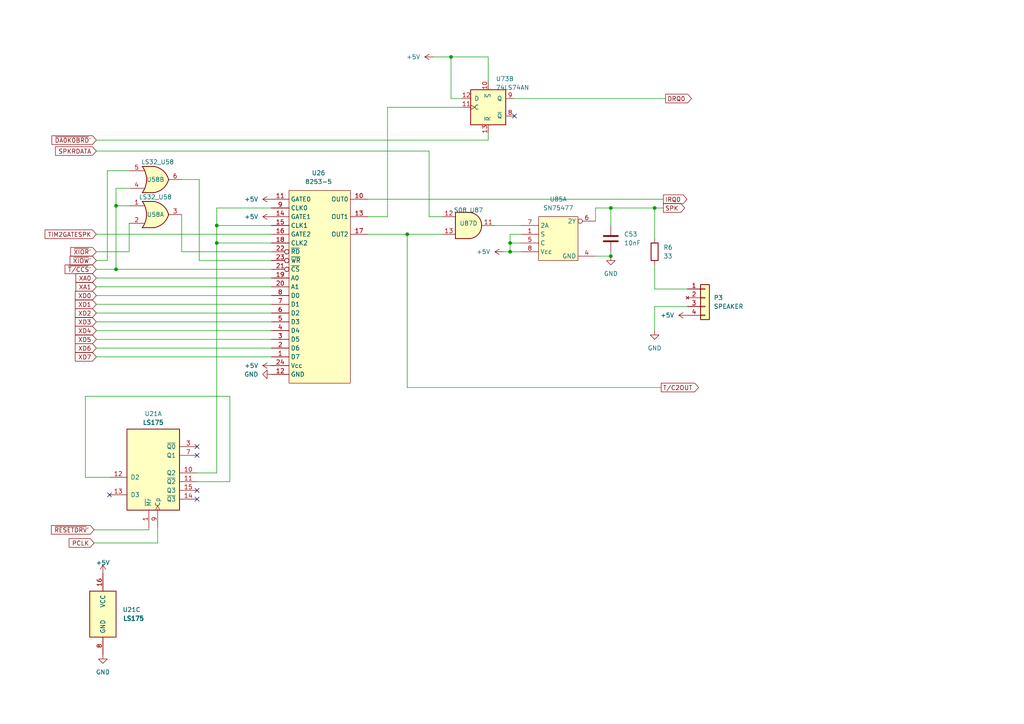
<source format=kicad_sch>
(kicad_sch (version 20230121) (generator eeschema)
  (paper "A4")
  (lib_symbols
    (symbol "Device:C" (pin_numbers hide) (pin_names (offset 0.254))
      (property "Reference" "C" (at 0.635 2.54 0))
      (property "Value" "C" (at 0.635 -2.54 0))
      (symbol "C_0_1"
        (polyline (pts (xy -2.032 -0.762) (xy 2.032 -0.762)) (stroke (width 0.508)))
        (polyline (pts (xy -2.032 0.762) (xy 2.032 0.762)) (stroke (width 0.508)))
      )
      (symbol "C_1_1"
        (pin passive line (at 0 3.81 270) (length 2.794) (name "~") (number "1"))
        (pin passive line (at 0 -3.81 90) (length 2.794) (name "~") (number "2"))
      )
    )
    (symbol "Device:R" (pin_numbers hide) (pin_names (offset 0))
      (property "Reference" "R" (at 2.032 0 90))
      (property "Value" "R" (at 0 0 90))
      (symbol "R_0_1"
        (rectangle (start -1.016 -2.54) (end 1.016 2.54) (stroke (width 0.254)))
      )
      (symbol "R_1_1"
        (pin passive line (at 0 3.81 270) (length 1.27) (name "~") (number "1"))
        (pin passive line (at 0 -3.81 90) (length 1.27) (name "~") (number "2"))
      )
    )
    (symbol "Mad5150_early:8253_U26"
      (property "Reference" "U" (at 0 0 0))
      (property "Value" "8253-5" (at 0 -2.54 0))
      (symbol "8253_U26_0_0"
        (pin input line (at -13.97 -20.32 0) (length 5.08) (name "D7") (number "1"))
        (pin output line (at 13.97 25.4 180) (length 5.08) (name "OUT0") (number "10"))
        (pin input line (at -13.97 25.4 0) (length 5.08) (name "GATE0") (number "11"))
        (pin power_in line (at -13.97 -25.4 0) (length 5.08) (name "GND") (number "12"))
        (pin output line (at 13.97 20.32 180) (length 5.08) (name "OUT1") (number "13"))
        (pin input line (at -13.97 20.32 0) (length 5.08) (name "GATE1") (number "14"))
        (pin input line (at -13.97 17.78 0) (length 5.08) (name "CLK1") (number "15"))
        (pin input line (at -13.97 15.24 0) (length 5.08) (name "GATE2") (number "16"))
        (pin output line (at 13.97 15.24 180) (length 5.08) (name "OUT2") (number "17"))
        (pin input line (at -13.97 12.7 0) (length 5.08) (name "CLK2") (number "18"))
        (pin input line (at -13.97 2.54 0) (length 5.08) (name "A0") (number "19"))
        (pin input line (at -13.97 -17.78 0) (length 5.08) (name "D6") (number "2"))
        (pin input line (at -13.97 0 0) (length 5.08) (name "A1") (number "20"))
        (pin input inverted (at -13.97 5.08 0) (length 5.08) (name "~{CS}") (number "21"))
        (pin input inverted (at -13.97 10.16 0) (length 5.08) (name "~{RD}") (number "22"))
        (pin input inverted (at -13.97 7.62 0) (length 5.08) (name "~{WR}") (number "23"))
        (pin power_in line (at -13.97 -22.86 0) (length 5.08) (name "Vcc") (number "24"))
        (pin input line (at -13.97 -15.24 0) (length 5.08) (name "D5") (number "3"))
        (pin input line (at -13.97 -12.7 0) (length 5.08) (name "D4") (number "4"))
        (pin input line (at -13.97 -10.16 0) (length 5.08) (name "D3") (number "5"))
        (pin input line (at -13.97 -7.62 0) (length 5.08) (name "D2") (number "6"))
        (pin input line (at -13.97 -5.08 0) (length 5.08) (name "D1") (number "7"))
        (pin input line (at -13.97 -2.54 0) (length 5.08) (name "D0") (number "8"))
        (pin input line (at -13.97 22.86 0) (length 5.08) (name "CLK0") (number "9"))
      )
      (symbol "8253_U26_1_1"
        (rectangle (start -8.89 27.94) (end 8.89 -27.94) (fill (type background)))
      )
    )
    (symbol "Mad5150_early:LS175_U21" (pin_names (offset 1.016))
      (property "Reference" "U" (at 0 -0.635 0))
      (property "Value" "LS175" (at 0 1.27 0))
      (symbol "LS175_U21_1_0"
        (pin input line (at -1.27 -15.875 90) (length 5.08) (name "~{Mr}") (number "1"))
        (pin output line (at 12.7 0 180) (length 5.08) (name "Q2") (number "10"))
        (pin output line (at 12.7 -2.54 180) (length 5.08) (name "~{Q2}") (number "11"))
        (pin input line (at -12.7 -1.27 0) (length 5.08) (name "D2") (number "12"))
        (pin input line (at -12.7 -6.35 0) (length 5.08) (name "D3") (number "13"))
        (pin output line (at 12.7 -7.62 180) (length 5.08) (name "~{Q3}") (number "14"))
        (pin output line (at 12.7 -5.08 180) (length 5.08) (name "Q3") (number "15"))
        (pin output line (at 12.7 7.62 180) (length 5.08) (name "~{Q0}") (number "3"))
        (pin output line (at 12.7 5.08 180) (length 5.08) (name "Q1") (number "7"))
        (pin input clock (at 1.27 -15.875 90) (length 5.08) (name "Cp") (number "9"))
      )
      (symbol "LS175_U21_1_1"
        (rectangle (start -7.62 12.7) (end 7.62 -10.795) (stroke (width 0.254)) (fill (type background)))
      )
      (symbol "LS175_U21_2_0"
        (pin input line (at -1.905 -16.51 90) (length 5.08) (name "~{Mr}") (number "1"))
        (pin output line (at 12.7 10.16 180) (length 5.08) (name "Q0") (number "2"))
        (pin input line (at -12.7 8.89 0) (length 5.08) (name "D0") (number "4"))
        (pin input line (at -12.7 3.81 0) (length 5.08) (name "D1") (number "5"))
        (pin output line (at 12.7 0 180) (length 5.08) (name "~{Q1}") (number "6"))
        (pin input clock (at 2.54 -16.51 90) (length 5.08) (name "Cp") (number "9"))
      )
      (symbol "LS175_U21_2_1"
        (rectangle (start -7.62 12.065) (end 7.62 -11.43) (stroke (width 0.254)) (fill (type background)))
      )
      (symbol "LS175_U21_3_0"
        (pin power_in line (at 0 12.065 270) (length 5.08) (name "VCC") (number "16"))
        (pin power_in line (at 0 -11.43 90) (length 5.08) (name "GND") (number "8"))
      )
      (symbol "LS175_U21_3_1"
        (rectangle (start -3.81 6.985) (end 3.81 -6.35) (stroke (width 0.254)) (fill (type background)))
      )
    )
    (symbol "Mad5150_early:LS32_U58" (pin_names (offset 1.016))
      (property "Reference" "U" (at 0 1.27 0))
      (property "Value" "LS32_U58" (at 0 -1.27 0))
      (symbol "LS32_U58_1_1"
        (arc (start -3.81 -3.81) (mid -2.589 0) (end -3.81 3.81) (stroke (width 0.254)))
        (arc (start -0.6096 -3.81) (mid 2.1842 -2.5851) (end 3.81 0) (stroke (width 0.254)) (fill (type background)))
        (polyline (pts (xy -3.81 -3.81) (xy -0.635 -3.81)) (stroke (width 0.254)) (fill (type background)))
        (polyline (pts (xy -3.81 3.81) (xy -0.635 3.81)) (stroke (width 0.254)) (fill (type background)))
        (polyline (pts (xy -0.635 3.81) (xy -3.81 3.81) (xy -3.81 3.81) (xy -3.556 3.4036) (xy -3.0226 2.2606) (xy -2.6924 1.0414) (xy -2.6162 -0.254) (xy -2.7686 -1.4986) (xy -3.175 -2.7178) (xy -3.81 -3.81) (xy -3.81 -3.81) (xy -0.635 -3.81)) (stroke (width -25.4)) (fill (type background)))
        (arc (start 3.81 0) (mid 2.1915 2.5936) (end -0.6096 3.81) (stroke (width 0.254)) (fill (type background)))
        (pin input line (at -7.62 2.54 0) (length 4.318) (name "~") (number "1"))
        (pin input line (at -7.62 -2.54 0) (length 4.318) (name "~") (number "2"))
        (pin output line (at 7.62 0 180) (length 3.81) (name "~") (number "3"))
      )
      (symbol "LS32_U58_1_2"
        (arc (start 0 -3.81) (mid 3.7934 0) (end 0 3.81) (stroke (width 0.254)) (fill (type background)))
        (polyline (pts (xy 0 3.81) (xy -3.81 3.81) (xy -3.81 -3.81) (xy 0 -3.81)) (stroke (width 0.254)) (fill (type background)))
        (pin input inverted (at -7.62 2.54 0) (length 3.81) (name "~") (number "1"))
        (pin input inverted (at -7.62 -2.54 0) (length 3.81) (name "~") (number "2"))
        (pin output inverted (at 7.62 0 180) (length 3.81) (name "~") (number "3"))
      )
      (symbol "LS32_U58_2_1"
        (arc (start -3.81 -3.81) (mid -2.589 0) (end -3.81 3.81) (stroke (width 0.254)))
        (arc (start -0.6096 -3.81) (mid 2.1842 -2.5851) (end 3.81 0) (stroke (width 0.254)) (fill (type background)))
        (polyline (pts (xy -3.81 -3.81) (xy -0.635 -3.81)) (stroke (width 0.254)) (fill (type background)))
        (polyline (pts (xy -3.81 3.81) (xy -0.635 3.81)) (stroke (width 0.254)) (fill (type background)))
        (polyline (pts (xy -0.635 3.81) (xy -3.81 3.81) (xy -3.81 3.81) (xy -3.556 3.4036) (xy -3.0226 2.2606) (xy -2.6924 1.0414) (xy -2.6162 -0.254) (xy -2.7686 -1.4986) (xy -3.175 -2.7178) (xy -3.81 -3.81) (xy -3.81 -3.81) (xy -0.635 -3.81)) (stroke (width -25.4)) (fill (type background)))
        (arc (start 3.81 0) (mid 2.1915 2.5936) (end -0.6096 3.81) (stroke (width 0.254)) (fill (type background)))
        (pin input line (at -7.62 2.54 0) (length 4.318) (name "~") (number "4"))
        (pin input line (at -7.62 -2.54 0) (length 4.318) (name "~") (number "5"))
        (pin output line (at 7.62 0 180) (length 3.81) (name "~") (number "6"))
      )
      (symbol "LS32_U58_2_2"
        (arc (start 0 -3.81) (mid 3.7934 0) (end 0 3.81) (stroke (width 0.254)) (fill (type background)))
        (polyline (pts (xy 0 3.81) (xy -3.81 3.81) (xy -3.81 -3.81) (xy 0 -3.81)) (stroke (width 0.254)) (fill (type background)))
        (pin input inverted (at -7.62 2.54 0) (length 3.81) (name "~") (number "4"))
        (pin input inverted (at -7.62 -2.54 0) (length 3.81) (name "~") (number "5"))
        (pin output inverted (at 7.62 0 180) (length 3.81) (name "~") (number "6"))
      )
      (symbol "LS32_U58_3_1"
        (arc (start -3.81 -3.81) (mid -2.589 0) (end -3.81 3.81) (stroke (width 0.254)))
        (arc (start -0.6096 -3.81) (mid 2.1842 -2.5851) (end 3.81 0) (stroke (width 0.254)) (fill (type background)))
        (polyline (pts (xy -3.81 -3.81) (xy -0.635 -3.81)) (stroke (width 0.254)) (fill (type background)))
        (polyline (pts (xy -3.81 3.81) (xy -0.635 3.81)) (stroke (width 0.254)) (fill (type background)))
        (polyline (pts (xy -0.635 3.81) (xy -3.81 3.81) (xy -3.81 3.81) (xy -3.556 3.4036) (xy -3.0226 2.2606) (xy -2.6924 1.0414) (xy -2.6162 -0.254) (xy -2.7686 -1.4986) (xy -3.175 -2.7178) (xy -3.81 -3.81) (xy -3.81 -3.81) (xy -0.635 -3.81)) (stroke (width -25.4)) (fill (type background)))
        (arc (start 3.81 0) (mid 2.1915 2.5936) (end -0.6096 3.81) (stroke (width 0.254)) (fill (type background)))
        (pin input line (at -7.62 -2.54 0) (length 4.318) (name "~") (number "10"))
        (pin output line (at 7.62 0 180) (length 3.81) (name "~") (number "8"))
        (pin input line (at -7.62 2.54 0) (length 4.318) (name "~") (number "9"))
      )
      (symbol "LS32_U58_3_2"
        (arc (start 0 -3.81) (mid 3.7934 0) (end 0 3.81) (stroke (width 0.254)) (fill (type background)))
        (polyline (pts (xy 0 3.81) (xy -3.81 3.81) (xy -3.81 -3.81) (xy 0 -3.81)) (stroke (width 0.254)) (fill (type background)))
        (pin input inverted (at -7.62 -2.54 0) (length 3.81) (name "~") (number "10"))
        (pin output inverted (at 7.62 0 180) (length 3.81) (name "~") (number "8"))
        (pin input inverted (at -7.62 2.54 0) (length 3.81) (name "~") (number "9"))
      )
      (symbol "LS32_U58_4_1"
        (arc (start -3.81 -3.81) (mid -2.589 0) (end -3.81 3.81) (stroke (width 0.254)))
        (arc (start -0.6096 -3.81) (mid 2.1842 -2.5851) (end 3.81 0) (stroke (width 0.254)) (fill (type background)))
        (polyline (pts (xy -3.81 -3.81) (xy -0.635 -3.81)) (stroke (width 0.254)) (fill (type background)))
        (polyline (pts (xy -3.81 3.81) (xy -0.635 3.81)) (stroke (width 0.254)) (fill (type background)))
        (polyline (pts (xy -0.635 3.81) (xy -3.81 3.81) (xy -3.81 3.81) (xy -3.556 3.4036) (xy -3.0226 2.2606) (xy -2.6924 1.0414) (xy -2.6162 -0.254) (xy -2.7686 -1.4986) (xy -3.175 -2.7178) (xy -3.81 -3.81) (xy -3.81 -3.81) (xy -0.635 -3.81)) (stroke (width -25.4)) (fill (type background)))
        (arc (start 3.81 0) (mid 2.1915 2.5936) (end -0.6096 3.81) (stroke (width 0.254)) (fill (type background)))
        (pin output line (at 7.62 0 180) (length 3.81) (name "~") (number "11"))
        (pin input line (at -7.62 2.54 0) (length 4.318) (name "~") (number "12"))
        (pin input line (at -7.62 -2.54 0) (length 4.318) (name "~") (number "13"))
      )
      (symbol "LS32_U58_4_2"
        (arc (start 0 -3.81) (mid 3.7934 0) (end 0 3.81) (stroke (width 0.254)) (fill (type background)))
        (polyline (pts (xy 0 3.81) (xy -3.81 3.81) (xy -3.81 -3.81) (xy 0 -3.81)) (stroke (width 0.254)) (fill (type background)))
        (pin output inverted (at 7.62 0 180) (length 3.81) (name "~") (number "11"))
        (pin input inverted (at -7.62 2.54 0) (length 3.81) (name "~") (number "12"))
        (pin input inverted (at -7.62 -2.54 0) (length 3.81) (name "~") (number "13"))
      )
      (symbol "LS32_U58_5_0"
        (pin power_in line (at 0 12.7 270) (length 5.08) (name "VCC") (number "14"))
        (pin power_in line (at 0 -12.7 90) (length 5.08) (name "GND") (number "7"))
      )
      (symbol "LS32_U58_5_1"
        (rectangle (start -5.08 7.62) (end 5.08 -7.62) (stroke (width 0.254)) (fill (type background)))
      )
    )
    (symbol "Mad5150_early:LS74_U73" (pin_names (offset 1.016))
      (property "Reference" "U" (at -7.62 8.89 0))
      (property "Value" "S74_U70" (at -7.62 -8.89 0))
      (symbol "LS74_U73_1_0"
        (pin input line (at 0 -7.62 90) (length 2.54) (name "~{R}") (number "1"))
        (pin input line (at -7.62 2.54 0) (length 2.54) (name "D") (number "2"))
        (pin input clock (at -7.62 0 0) (length 2.54) (name "C") (number "3"))
        (pin input line (at 0 7.62 270) (length 2.54) (name "~{S}") (number "4"))
        (pin output line (at 7.62 2.54 180) (length 2.54) (name "Q") (number "5"))
        (pin output line (at 7.62 -2.54 180) (length 2.54) (name "~{Q}") (number "6"))
      )
      (symbol "LS74_U73_1_1"
        (rectangle (start -5.08 5.08) (end 5.08 -5.08) (stroke (width 0.254)) (fill (type background)))
      )
      (symbol "LS74_U73_2_0"
        (pin input line (at 0 7.62 270) (length 2.54) (name "~{S}") (number "10"))
        (pin input clock (at -7.62 0 0) (length 2.54) (name "C") (number "11"))
        (pin input line (at -7.62 2.54 0) (length 2.54) (name "D") (number "12"))
        (pin input line (at 0 -7.62 90) (length 2.54) (name "~{R}") (number "13"))
        (pin output line (at 7.62 -2.54 180) (length 2.54) (name "~{Q}") (number "8"))
        (pin output line (at 7.62 2.54 180) (length 2.54) (name "Q") (number "9"))
      )
      (symbol "LS74_U73_2_1"
        (rectangle (start -5.08 5.08) (end 5.08 -5.08) (stroke (width 0.254)) (fill (type background)))
      )
      (symbol "LS74_U73_3_0"
        (pin power_in line (at 0 10.16 270) (length 2.54) (name "VCC") (number "14"))
        (pin power_in line (at 0 -10.16 90) (length 2.54) (name "GND") (number "7"))
      )
      (symbol "LS74_U73_3_1"
        (rectangle (start -5.08 7.62) (end 5.08 -7.62) (stroke (width 0.254)) (fill (type background)))
      )
    )
    (symbol "Mad5150_early:S08_U87" (pin_names (offset 1.016))
      (property "Reference" "U" (at 0 1.27 0))
      (property "Value" "S08_U87" (at 0 -1.27 0))
      (symbol "S08_U87_1_1"
        (arc (start 0 -3.81) (mid 3.7934 0) (end 0 3.81) (stroke (width 0.254)) (fill (type background)))
        (polyline (pts (xy 0 3.81) (xy -3.81 3.81) (xy -3.81 -3.81) (xy 0 -3.81)) (stroke (width 0.254)) (fill (type background)))
        (pin input line (at -7.62 -2.54 0) (length 3.81) (name "~") (number "1"))
        (pin input line (at -7.62 2.54 0) (length 3.81) (name "~") (number "2"))
        (pin output line (at 7.62 0 180) (length 3.81) (name "~") (number "3"))
      )
      (symbol "S08_U87_1_2"
        (arc (start -3.81 -3.81) (mid -2.589 0) (end -3.81 3.81) (stroke (width 0.254)))
        (arc (start -0.6096 -3.81) (mid 2.1842 -2.5851) (end 3.81 0) (stroke (width 0.254)) (fill (type background)))
        (polyline (pts (xy -3.81 -3.81) (xy -0.635 -3.81)) (stroke (width 0.254)) (fill (type background)))
        (polyline (pts (xy -3.81 3.81) (xy -0.635 3.81)) (stroke (width 0.254)) (fill (type background)))
        (polyline (pts (xy -0.635 3.81) (xy -3.81 3.81) (xy -3.81 3.81) (xy -3.556 3.4036) (xy -3.0226 2.2606) (xy -2.6924 1.0414) (xy -2.6162 -0.254) (xy -2.7686 -1.4986) (xy -3.175 -2.7178) (xy -3.81 -3.81) (xy -3.81 -3.81) (xy -0.635 -3.81)) (stroke (width -25.4)) (fill (type background)))
        (arc (start 3.81 0) (mid 2.1915 2.5936) (end -0.6096 3.81) (stroke (width 0.254)) (fill (type background)))
        (pin input inverted (at -7.62 2.54 0) (length 4.318) (name "~") (number "1"))
        (pin input inverted (at -7.62 -2.54 0) (length 4.318) (name "~") (number "2"))
        (pin output inverted (at 7.62 0 180) (length 3.81) (name "~") (number "3"))
      )
      (symbol "S08_U87_2_1"
        (arc (start 0 -3.81) (mid 3.7934 0) (end 0 3.81) (stroke (width 0.254)) (fill (type background)))
        (polyline (pts (xy 0 3.81) (xy -3.81 3.81) (xy -3.81 -3.81) (xy 0 -3.81)) (stroke (width 0.254)) (fill (type background)))
        (pin input line (at -7.62 2.54 0) (length 3.81) (name "~") (number "4"))
        (pin input line (at -7.62 -2.54 0) (length 3.81) (name "~") (number "5"))
        (pin output line (at 7.62 0 180) (length 3.81) (name "~") (number "6"))
      )
      (symbol "S08_U87_2_2"
        (arc (start -3.81 -3.81) (mid -2.589 0) (end -3.81 3.81) (stroke (width 0.254)))
        (arc (start -0.6096 -3.81) (mid 2.1842 -2.5851) (end 3.81 0) (stroke (width 0.254)) (fill (type background)))
        (polyline (pts (xy -3.81 -3.81) (xy -0.635 -3.81)) (stroke (width 0.254)) (fill (type background)))
        (polyline (pts (xy -3.81 3.81) (xy -0.635 3.81)) (stroke (width 0.254)) (fill (type background)))
        (polyline (pts (xy -0.635 3.81) (xy -3.81 3.81) (xy -3.81 3.81) (xy -3.556 3.4036) (xy -3.0226 2.2606) (xy -2.6924 1.0414) (xy -2.6162 -0.254) (xy -2.7686 -1.4986) (xy -3.175 -2.7178) (xy -3.81 -3.81) (xy -3.81 -3.81) (xy -0.635 -3.81)) (stroke (width -25.4)) (fill (type background)))
        (arc (start 3.81 0) (mid 2.1915 2.5936) (end -0.6096 3.81) (stroke (width 0.254)) (fill (type background)))
        (pin input inverted (at -7.62 2.54 0) (length 4.318) (name "~") (number "4"))
        (pin input inverted (at -7.62 -2.54 0) (length 4.318) (name "~") (number "5"))
        (pin output inverted (at 7.62 0 180) (length 3.81) (name "~") (number "6"))
      )
      (symbol "S08_U87_3_1"
        (arc (start 0 -3.81) (mid 3.7934 0) (end 0 3.81) (stroke (width 0.254)) (fill (type background)))
        (polyline (pts (xy 0 3.81) (xy -3.81 3.81) (xy -3.81 -3.81) (xy 0 -3.81)) (stroke (width 0.254)) (fill (type background)))
        (pin input line (at -7.62 -2.54 0) (length 3.81) (name "~") (number "10"))
        (pin output line (at 7.62 0 180) (length 3.81) (name "~") (number "8"))
        (pin input line (at -7.62 2.54 0) (length 3.81) (name "~") (number "9"))
      )
      (symbol "S08_U87_3_2"
        (arc (start -3.81 -3.81) (mid -2.589 0) (end -3.81 3.81) (stroke (width 0.254)))
        (arc (start -0.6096 -3.81) (mid 2.1842 -2.5851) (end 3.81 0) (stroke (width 0.254)) (fill (type background)))
        (polyline (pts (xy -3.81 -3.81) (xy -0.635 -3.81)) (stroke (width 0.254)) (fill (type background)))
        (polyline (pts (xy -3.81 3.81) (xy -0.635 3.81)) (stroke (width 0.254)) (fill (type background)))
        (polyline (pts (xy -0.635 3.81) (xy -3.81 3.81) (xy -3.81 3.81) (xy -3.556 3.4036) (xy -3.0226 2.2606) (xy -2.6924 1.0414) (xy -2.6162 -0.254) (xy -2.7686 -1.4986) (xy -3.175 -2.7178) (xy -3.81 -3.81) (xy -3.81 -3.81) (xy -0.635 -3.81)) (stroke (width -25.4)) (fill (type background)))
        (arc (start 3.81 0) (mid 2.1915 2.5936) (end -0.6096 3.81) (stroke (width 0.254)) (fill (type background)))
        (pin input inverted (at -7.62 -2.54 0) (length 4.318) (name "~") (number "10"))
        (pin output inverted (at 7.62 0 180) (length 3.81) (name "~") (number "8"))
        (pin input inverted (at -7.62 2.54 0) (length 4.318) (name "~") (number "9"))
      )
      (symbol "S08_U87_4_1"
        (arc (start 0 -3.81) (mid 3.7934 0) (end 0 3.81) (stroke (width 0.254)) (fill (type background)))
        (polyline (pts (xy 0 3.81) (xy -3.81 3.81) (xy -3.81 -3.81) (xy 0 -3.81)) (stroke (width 0.254)) (fill (type background)))
        (pin output line (at 7.62 0 180) (length 3.81) (name "~") (number "11"))
        (pin input line (at -7.62 2.54 0) (length 3.81) (name "~") (number "12"))
        (pin input line (at -7.62 -2.54 0) (length 3.81) (name "~") (number "13"))
      )
      (symbol "S08_U87_4_2"
        (arc (start -3.81 -3.81) (mid -2.589 0) (end -3.81 3.81) (stroke (width 0.254)))
        (arc (start -0.6096 -3.81) (mid 2.1842 -2.5851) (end 3.81 0) (stroke (width 0.254)) (fill (type background)))
        (polyline (pts (xy -3.81 -3.81) (xy -0.635 -3.81)) (stroke (width 0.254)) (fill (type background)))
        (polyline (pts (xy -3.81 3.81) (xy -0.635 3.81)) (stroke (width 0.254)) (fill (type background)))
        (polyline (pts (xy -0.635 3.81) (xy -3.81 3.81) (xy -3.81 3.81) (xy -3.556 3.4036) (xy -3.0226 2.2606) (xy -2.6924 1.0414) (xy -2.6162 -0.254) (xy -2.7686 -1.4986) (xy -3.175 -2.7178) (xy -3.81 -3.81) (xy -3.81 -3.81) (xy -0.635 -3.81)) (stroke (width -25.4)) (fill (type background)))
        (arc (start 3.81 0) (mid 2.1915 2.5936) (end -0.6096 3.81) (stroke (width 0.254)) (fill (type background)))
        (pin output inverted (at 7.62 0 180) (length 3.81) (name "~") (number "11"))
        (pin input inverted (at -7.62 2.54 0) (length 4.318) (name "~") (number "12"))
        (pin input inverted (at -7.62 -2.54 0) (length 4.318) (name "~") (number "13"))
      )
      (symbol "S08_U87_5_0"
        (pin power_in line (at 0 12.7 270) (length 5.08) (name "VCC") (number "14"))
        (pin power_in line (at 0 -12.7 90) (length 5.08) (name "GND") (number "7"))
      )
      (symbol "S08_U87_5_1"
        (rectangle (start -5.08 7.62) (end 5.08 -7.62) (stroke (width 0.254)) (fill (type background)))
      )
    )
    (symbol "Mad5150_early:SN75477P_U85"
      (property "Reference" "U" (at 0 0.635 0))
      (property "Value" "SN75477" (at 0 5.08 0))
      (symbol "SN75477P_U85_0_0"
        (pin input line (at -10.795 1.27 0) (length 5.08) (name "S") (number "1"))
        (pin input line (at 10.795 -5.08 180) (length 5.08) (name "GND") (number "4"))
        (pin input line (at -10.795 -1.27 0) (length 5.08) (name "C") (number "5"))
        (pin power_in line (at -10.795 -3.81 0) (length 5.08) (name "Vcc") (number "8"))
      )
      (symbol "SN75477P_U85_1_0"
        (pin output inverted (at 10.795 5.08 180) (length 5.08) (name "2Y") (number "6"))
        (pin input line (at -10.795 3.81 0) (length 5.08) (name "2A") (number "7"))
      )
      (symbol "SN75477P_U85_1_1"
        (rectangle (start -5.715 6.35) (end 5.715 -6.35) (fill (type background)))
      )
      (symbol "SN75477P_U85_2_0"
        (pin input line (at -10.795 3.81 0) (length 5.08) (name "1A") (number "2"))
        (pin bidirectional inverted (at 10.795 2.54 180) (length 5.08) (name "1Y") (number "3"))
      )
      (symbol "SN75477P_U85_2_1"
        (rectangle (start -5.715 6.35) (end 5.715 -6.35) (fill (type background)))
      )
    )
    (symbol "Mad5150_early:SPEAKER" (pin_names (offset 1.016) hide)
      (property "Reference" "P" (at 0 5.08 0))
      (property "Value" "SPEAKER" (at 0 -7.62 0))
      (symbol "SPEAKER_1_1"
        (rectangle (start -1.27 -4.953) (end 0 -5.207) (stroke (width 0.1524)))
        (rectangle (start -1.27 -2.413) (end 0 -2.667) (stroke (width 0.1524)))
        (rectangle (start -1.27 0.127) (end 0 -0.127) (stroke (width 0.1524)))
        (rectangle (start -1.27 2.667) (end 0 2.413) (stroke (width 0.1524)))
        (rectangle (start -1.27 3.81) (end 1.27 -6.35) (stroke (width 0.254)) (fill (type background)))
        (pin passive line (at -5.08 2.54 0) (length 3.81) (name "Pin_1") (number "1"))
        (pin no_connect line (at -5.08 0 0) (length 3.81) (name "KEY") (number "2"))
        (pin power_in line (at -5.08 -2.54 0) (length 3.81) (name "GND") (number "3"))
        (pin power_in line (at -5.08 -5.08 0) (length 3.81) (name "+5V") (number "4"))
      )
    )
    (symbol "power:+5V" (power) (pin_names (offset 0))
      (property "Value" "+5V" (at 0 3.556 0))
      (symbol "+5V_0_1"
        (polyline (pts (xy -0.762 1.27) (xy 0 2.54)))
        (polyline (pts (xy 0 0) (xy 0 2.54)))
        (polyline (pts (xy 0 2.54) (xy 0.762 1.27)))
      )
      (symbol "+5V_1_1"
        (pin power_in line (at 0 0 90) (length 0) hide (name "+5V") (number "1"))
      )
    )
    (symbol "power:GND" (power) (pin_names (offset 0))
      (property "Value" "GND" (at 0 -3.81 0))
      (symbol "GND_0_1"
        (polyline (pts (xy 0 0) (xy 0 -1.27) (xy 1.27 -1.27) (xy 0 -2.54) (xy -1.27 -1.27) (xy 0 -1.27)))
      )
      (symbol "GND_1_1"
        (pin power_in line (at 0 0 270) (length 0) hide (name "GND") (number "1"))
      )
    )
  )
  (junction (at 189.865 60.325))
  (junction (at 130.81 16.51))
  (junction (at 147.955 70.485))
  (junction (at 33.655 59.69))
  (junction (at 62.865 65.405))
  (junction (at 118.11 67.945))
  (junction (at 147.955 73.025))
  (junction (at 33.655 78.105))
  (junction (at 177.165 74.295))
  (junction (at 177.165 60.325))
  (junction (at 62.865 70.485))
  (no_connect (at 57.15 132.08))
  (no_connect (at 57.15 144.78))
  (no_connect (at 149.225 33.655))
  (no_connect (at 31.75 143.51))
  (no_connect (at 57.15 129.54))
  (no_connect (at 57.15 142.24))
  (wire (pts (xy 37.465 49.53) (xy 31.115 49.53)))
  (wire (pts (xy 141.605 23.495) (xy 141.605 16.51)))
  (wire (pts (xy 177.165 60.325) (xy 189.865 60.325)))
  (wire (pts (xy 27.94 88.265) (xy 78.74 88.265)))
  (wire (pts (xy 112.395 31.115) (xy 133.985 31.115)))
  (wire (pts (xy 130.81 28.575) (xy 130.81 16.51)))
  (wire (pts (xy 27.305 157.48) (xy 45.72 157.48)))
  (wire (pts (xy 57.785 52.07) (xy 57.785 75.565)))
  (wire (pts (xy 57.15 137.16) (xy 62.865 137.16)))
  (wire (pts (xy 106.68 62.865) (xy 112.395 62.865)))
  (wire (pts (xy 118.11 112.395) (xy 118.11 67.945)))
  (wire (pts (xy 62.865 60.325) (xy 62.865 65.405)))
  (wire (pts (xy 27.94 90.805) (xy 78.74 90.805)))
  (wire (pts (xy 189.865 60.325) (xy 189.865 69.215)))
  (wire (pts (xy 62.865 65.405) (xy 62.865 70.485)))
  (wire (pts (xy 124.46 62.865) (xy 128.27 62.865)))
  (wire (pts (xy 27.94 40.64) (xy 141.605 40.64)))
  (wire (pts (xy 78.74 60.325) (xy 62.865 60.325)))
  (wire (pts (xy 27.305 153.67) (xy 43.18 153.67)))
  (wire (pts (xy 177.165 60.325) (xy 177.165 65.405)))
  (wire (pts (xy 66.675 114.935) (xy 66.675 139.7)))
  (wire (pts (xy 52.705 62.23) (xy 52.705 73.025)))
  (wire (pts (xy 112.395 31.115) (xy 112.395 62.865)))
  (wire (pts (xy 147.955 73.025) (xy 151.13 73.025)))
  (wire (pts (xy 45.72 157.48) (xy 45.72 153.035)))
  (wire (pts (xy 24.765 138.43) (xy 24.765 114.935)))
  (wire (pts (xy 31.75 138.43) (xy 24.765 138.43)))
  (wire (pts (xy 37.465 54.61) (xy 33.655 54.61)))
  (wire (pts (xy 118.11 67.945) (xy 128.27 67.945)))
  (wire (pts (xy 62.865 70.485) (xy 62.865 137.16)))
  (wire (pts (xy 24.765 114.935) (xy 66.675 114.935)))
  (wire (pts (xy 33.655 78.105) (xy 78.74 78.105)))
  (wire (pts (xy 172.72 60.325) (xy 177.165 60.325)))
  (wire (pts (xy 133.985 28.575) (xy 130.81 28.575)))
  (wire (pts (xy 33.655 54.61) (xy 33.655 59.69)))
  (wire (pts (xy 147.955 67.945) (xy 147.955 70.485)))
  (wire (pts (xy 27.94 93.345) (xy 78.74 93.345)))
  (wire (pts (xy 106.68 57.785) (xy 192.405 57.785)))
  (wire (pts (xy 31.115 75.565) (xy 27.94 75.565)))
  (wire (pts (xy 27.94 95.885) (xy 78.74 95.885)))
  (wire (pts (xy 130.81 16.51) (xy 141.605 16.51)))
  (wire (pts (xy 151.13 70.485) (xy 147.955 70.485)))
  (wire (pts (xy 27.94 80.645) (xy 78.74 80.645)))
  (wire (pts (xy 149.225 28.575) (xy 193.04 28.575)))
  (wire (pts (xy 27.94 98.425) (xy 78.74 98.425)))
  (wire (pts (xy 172.72 64.135) (xy 172.72 60.325)))
  (wire (pts (xy 27.94 100.965) (xy 78.74 100.965)))
  (wire (pts (xy 62.865 70.485) (xy 78.74 70.485)))
  (wire (pts (xy 52.705 52.07) (xy 57.785 52.07)))
  (wire (pts (xy 27.94 83.185) (xy 78.74 83.185)))
  (wire (pts (xy 141.605 38.735) (xy 141.605 40.64)))
  (wire (pts (xy 147.955 70.485) (xy 147.955 73.025)))
  (wire (pts (xy 124.46 43.815) (xy 27.94 43.815)))
  (wire (pts (xy 37.465 73.025) (xy 37.465 64.77)))
  (wire (pts (xy 172.72 74.295) (xy 177.165 74.295)))
  (wire (pts (xy 124.46 43.815) (xy 124.46 62.865)))
  (wire (pts (xy 27.94 73.025) (xy 37.465 73.025)))
  (wire (pts (xy 62.865 65.405) (xy 78.74 65.405)))
  (wire (pts (xy 189.865 88.9) (xy 189.865 95.885)))
  (wire (pts (xy 143.51 65.405) (xy 151.13 65.405)))
  (wire (pts (xy 199.39 83.82) (xy 189.865 83.82)))
  (wire (pts (xy 33.655 59.69) (xy 33.655 78.105)))
  (wire (pts (xy 57.785 75.565) (xy 78.74 75.565)))
  (wire (pts (xy 177.165 74.295) (xy 177.165 73.025)))
  (wire (pts (xy 31.115 49.53) (xy 31.115 75.565)))
  (wire (pts (xy 189.865 60.325) (xy 192.405 60.325)))
  (wire (pts (xy 189.865 83.82) (xy 189.865 76.835)))
  (wire (pts (xy 151.13 67.945) (xy 147.955 67.945)))
  (wire (pts (xy 191.77 112.395) (xy 118.11 112.395)))
  (wire (pts (xy 27.94 85.725) (xy 78.74 85.725)))
  (wire (pts (xy 106.68 67.945) (xy 118.11 67.945)))
  (wire (pts (xy 27.94 103.505) (xy 78.74 103.505)))
  (wire (pts (xy 27.94 67.945) (xy 78.74 67.945)))
  (wire (pts (xy 125.73 16.51) (xy 130.81 16.51)))
  (wire (pts (xy 27.94 78.105) (xy 33.655 78.105)))
  (wire (pts (xy 199.39 88.9) (xy 189.865 88.9)))
  (wire (pts (xy 146.05 73.025) (xy 147.955 73.025)))
  (wire (pts (xy 52.705 73.025) (xy 78.74 73.025)))
  (wire (pts (xy 33.655 59.69) (xy 37.465 59.69)))
  (wire (pts (xy 66.675 139.7) (xy 57.15 139.7)))
  (wire (pts (xy 43.18 153.035) (xy 43.18 153.67)))
  (global_label "DRQ0" (shape output) (at 193.04 28.575 0) (property "Intersheetrefs" "${INTERSHEET_REFS}" (effects hide)))
  (global_label "XD1" (shape input) (at 27.94 88.265 180) (property "Intersheetrefs" "${INTERSHEET_REFS}" (effects hide)))
  (global_label "SPK" (shape output) (at 192.405 60.325 0) (property "Intersheetrefs" "${INTERSHEET_REFS}" (effects hide)))
  (global_label "XD0" (shape input) (at 27.94 85.725 180) (property "Intersheetrefs" "${INTERSHEET_REFS}" (effects hide)))
  (global_label "XD5" (shape input) (at 27.94 98.425 180) (property "Intersheetrefs" "${INTERSHEET_REFS}" (effects hide)))
  (global_label "XD3" (shape input) (at 27.94 93.345 180) (property "Intersheetrefs" "${INTERSHEET_REFS}" (effects hide)))
  (global_label "IRQ0" (shape output) (at 192.405 57.785 0) (property "Intersheetrefs" "${INTERSHEET_REFS}" (effects hide)))
  (global_label "XD4" (shape input) (at 27.94 95.885 180) (property "Intersheetrefs" "${INTERSHEET_REFS}" (effects hide)))
  (global_label "~{T{slash}CCS}'" (shape input) (at 27.94 78.105 180) (property "Intersheetrefs" "${INTERSHEET_REFS}" (effects hide)))
  (global_label "~{DA0K0BRD}'" (shape input) (at 27.94 40.64 180) (property "Intersheetrefs" "${INTERSHEET_REFS}" (effects hide)))
  (global_label "SPKRDATA" (shape input) (at 27.94 43.815 180) (property "Intersheetrefs" "${INTERSHEET_REFS}" (effects hide)))
  (global_label "XA1" (shape input) (at 27.94 83.185 180) (property "Intersheetrefs" "${INTERSHEET_REFS}" (effects hide)))
  (global_label "~{RESETDRV}'" (shape input) (at 27.305 153.67 180) (property "Intersheetrefs" "${INTERSHEET_REFS}" (effects hide)))
  (global_label "T{slash}C2OUT" (shape output) (at 191.77 112.395 0) (property "Intersheetrefs" "${INTERSHEET_REFS}" (effects hide)))
  (global_label "TIM2GATESPK" (shape input) (at 27.94 67.945 180) (property "Intersheetrefs" "${INTERSHEET_REFS}" (effects hide)))
  (global_label "XD2" (shape input) (at 27.94 90.805 180) (property "Intersheetrefs" "${INTERSHEET_REFS}" (effects hide)))
  (global_label "PCLK" (shape input) (at 27.305 157.48 180) (property "Intersheetrefs" "${INTERSHEET_REFS}" (effects hide)))
  (global_label "XA0" (shape input) (at 27.94 80.645 180) (property "Intersheetrefs" "${INTERSHEET_REFS}" (effects hide)))
  (global_label "XD6" (shape input) (at 27.94 100.965 180) (property "Intersheetrefs" "${INTERSHEET_REFS}" (effects hide)))
  (global_label "XD7" (shape input) (at 27.94 103.505 180) (property "Intersheetrefs" "${INTERSHEET_REFS}" (effects hide)))
  (global_label "~{XIOW}'" (shape input) (at 27.94 75.565 180) (property "Intersheetrefs" "${INTERSHEET_REFS}" (effects hide)))
  (global_label "~{XIOR}'" (shape input) (at 27.94 73.025 180) (property "Intersheetrefs" "${INTERSHEET_REFS}" (effects hide)))
  (symbol (lib_id "Mad5150_early:SN75477P_U85") (at 161.925 69.215 0) (unit 1)
    (property "Reference" "U85" (at 161.925 57.785 0))
    (property "Value" "SN75477" (at 161.925 60.325 0))
    (property "Footprint" "mad5150:DIP-8_W7.62mm" (effects hide))
  )
  (symbol (lib_id "Mad5150_early:SPEAKER") (at 204.47 86.36 0) (unit 1)
    (property "Reference" "P3" (at 207.01 86.36 0) (effects (justify left)))
    (property "Value" "SPEAKER" (at 207.01 88.9 0) (effects (justify left)))
    (property "Footprint" "mad5150:PinHeader_1x04_P2.54mm_Vertical" (effects hide))
  )
  (symbol (lib_id "Mad5150_early:LS32_U58") (at 45.085 52.07 0) (mirror x) (unit 2)
    (property "Reference" "U58" (at 45.085 52.07 0))
    (property "Value" "LS32_U58" (at 45.72 46.99 0))
    (property "Footprint" "mad5150:DIP-14_W7.62mm" (effects hide))
    (property "Datasheet" "http://www.ti.com/lit/gpn/sn74LS32" (effects hide))
  )
  (symbol (lib_id "power:GND") (at 29.845 189.865 0) (unit 1)
    (property "Reference" "#PWR0139" (effects hide))
    (property "Value" "GND" (at 29.845 194.945 0))
  )
  (symbol (lib_id "power:+5V") (at 199.39 91.44 90) (unit 1)
    (property "Reference" "#PWR0143" (effects hide))
    (property "Value" "+5V" (at 195.58 91.44 90) (effects (justify left)))
  )
  (symbol (lib_id "Mad5150_early:LS32_U58") (at 45.085 62.23 0) (unit 1)
    (property "Reference" "U58" (at 45.085 62.23 0))
    (property "Value" "LS32_U58" (at 45.085 57.15 0))
    (property "Footprint" "mad5150:DIP-14_W7.62mm" (effects hide))
    (property "Datasheet" "http://www.ti.com/lit/gpn/sn74LS32" (effects hide))
  )
  (symbol (lib_id "power:+5V") (at 125.73 16.51 90) (unit 1)
    (property "Reference" "#PWR0133" (effects hide))
    (property "Value" "+5V" (at 121.92 16.51 90) (effects (justify left)))
  )
  (symbol (lib_id "Device:C") (at 177.165 69.215 0) (unit 1)
    (property "Reference" "C53" (at 180.975 67.945 0) (effects (justify left)))
    (property "Value" "10nF" (at 180.975 70.485 0) (effects (justify left)))
    (property "Footprint" "mad5150:CP8" (effects hide))
  )
  (symbol (lib_id "Mad5150_early:LS175_U21") (at 44.45 137.16 0) (unit 1)
    (property "Reference" "U21" (at 44.45 120.015 0))
    (property "Value" "LS175" (at 44.45 122.555 0) (effects (font bold)))
    (property "Footprint" "mad5150:DIP-16_W7.62mm" (effects hide))
  )
  (symbol (lib_id "power:+5V") (at 146.05 73.025 90) (unit 1)
    (property "Reference" "#PWR0140" (effects hide))
    (property "Value" "+5V" (at 142.24 73.025 90) (effects (justify left)))
  )
  (symbol (lib_id "power:+5V") (at 78.74 106.045 90) (unit 1)
    (property "Reference" "#PWR0136" (effects hide))
    (property "Value" "+5V" (at 74.93 106.045 90) (effects (justify left)))
  )
  (symbol (lib_id "power:GND") (at 78.74 108.585 270) (unit 1)
    (property "Reference" "#PWR0137" (effects hide))
    (property "Value" "GND" (at 74.93 108.585 90) (effects (justify right)))
  )
  (symbol (lib_id "power:GND") (at 177.165 74.295 0) (unit 1)
    (property "Reference" "#PWR0141" (effects hide))
    (property "Value" "GND" (at 177.165 79.375 0))
  )
  (symbol (lib_id "Device:R") (at 189.865 73.025 0) (unit 1)
    (property "Reference" "R6" (at 192.405 71.755 0) (effects (justify left)))
    (property "Value" "33" (at 192.405 74.295 0) (effects (justify left)))
    (property "Footprint" "mad5150:resistor" (effects hide))
  )
  (symbol (lib_id "power:+5V") (at 78.74 62.865 90) (unit 1)
    (property "Reference" "#PWR0135" (effects hide))
    (property "Value" "+5V" (at 74.93 62.865 90) (effects (justify left)))
  )
  (symbol (lib_id "power:+5V") (at 78.74 57.785 90) (unit 1)
    (property "Reference" "#PWR0134" (effects hide))
    (property "Value" "+5V" (at 74.93 57.785 90) (effects (justify left)))
  )
  (symbol (lib_id "Mad5150_early:LS175_U21") (at 29.845 178.435 0) (unit 3)
    (property "Reference" "U21" (at 35.56 176.8475 0) (effects (justify left)))
    (property "Value" "LS175" (at 35.56 179.3875 0) (effects (font bold) (justify left)))
    (property "Footprint" "mad5150:DIP-16_W7.62mm" (effects hide))
  )
  (symbol (lib_id "Mad5150_early:LS74_U73") (at 141.605 31.115 0) (unit 2)
    (property "Reference" "U73" (at 143.7991 22.86 0) (effects (justify left)))
    (property "Value" "74LS74AN" (at 143.7991 25.4 0) (effects (justify left)))
    (property "Footprint" "mad5150:DIP-14_W7.62mm" (effects hide))
    (property "Datasheet" "74xx/74hc_hct74.pdf" (effects hide))
  )
  (symbol (lib_id "Mad5150_early:S08_U87") (at 135.89 65.405 0) (unit 4)
    (property "Reference" "U87" (at 135.89 64.77 0))
    (property "Value" "S08_U87" (at 135.8817 60.96 0))
    (property "Footprint" "mad5150:DIP-14_W7.62mm" (effects hide))
  )
  (symbol (lib_id "Mad5150_early:8253_U26") (at 92.71 83.185 0) (unit 1)
    (property "Reference" "U26" (at 92.3925 50.165 0))
    (property "Value" "8253-5" (at 92.3925 52.705 0))
    (property "Footprint" "mad5150:DIP-24_W15.24mm" (effects hide))
  )
  (symbol (lib_id "power:GND") (at 189.865 95.885 0) (unit 1)
    (property "Reference" "#PWR0142" (effects hide))
    (property "Value" "GND" (at 189.865 100.965 0))
  )
  (symbol (lib_id "power:+5V") (at 29.845 166.37 0) (unit 1)
    (property "Reference" "#PWR0138" (effects hide))
    (property "Value" "+5V" (at 29.845 163.195 0))
  )
)
</source>
